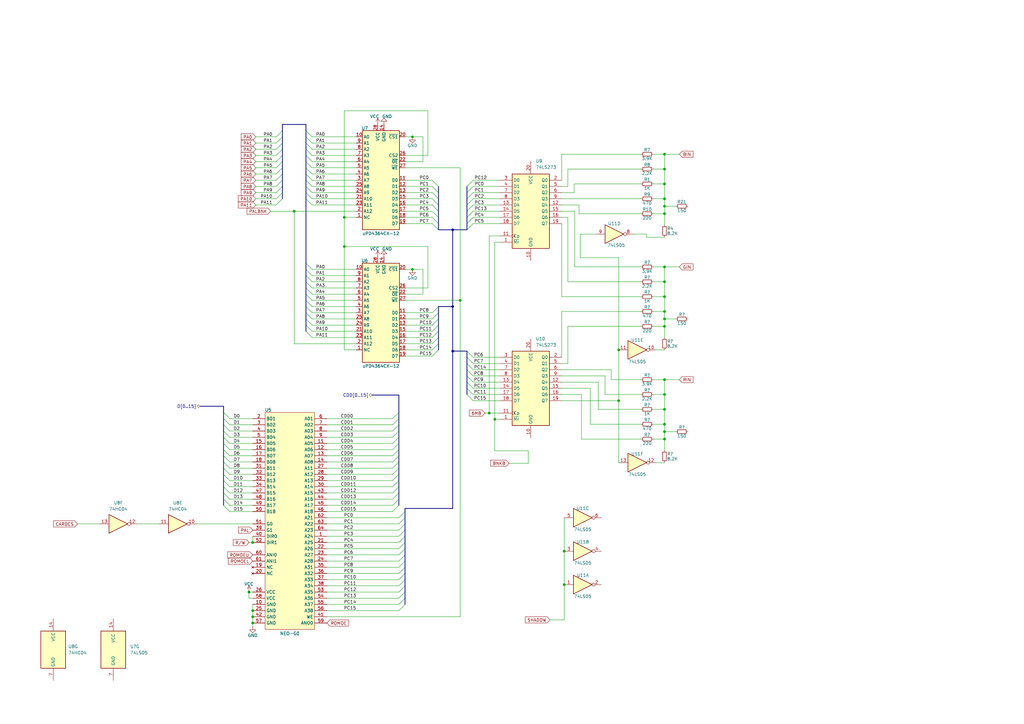
<source format=kicad_sch>
(kicad_sch (version 20211123) (generator eeschema)
  (paper "A3")
  (junction (at 272.542 84.582))
  (junction (at 272.542 127.762))
  (junction (at 102.108 242.824))
  (junction (at 169.164 56.134))
  (junction (at 231.394 239.776))
  (junction (at 185.674 144.018))
  (junction (at 272.542 173.99))
  (junction (at 272.542 161.798))
  (junction (at 272.542 177.038))
  (junction (at 253.746 164.338))
  (junction (at 272.542 133.858))
  (junction (at 185.674 94.234))
  (junction (at 231.394 226.06))
  (junction (at 272.542 69.342))
  (junction (at 188.722 123.19))
  (junction (at 272.542 115.57))
  (junction (at 272.542 75.438))
  (junction (at 103.632 250.444))
  (junction (at 141.224 89.154))
  (junction (at 272.542 121.666))
  (junction (at 103.632 252.984))
  (junction (at 272.542 63.246))
  (junction (at 120.65 86.614))
  (junction (at 272.542 130.81))
  (junction (at 103.632 255.524))
  (junction (at 169.164 110.49))
  (junction (at 141.224 101.092))
  (junction (at 185.674 125.73))
  (junction (at 200.66 169.418))
  (junction (at 272.542 155.702))
  (junction (at 272.542 81.534))
  (junction (at 272.542 167.894))
  (junction (at 272.542 87.63))
  (junction (at 253.746 143.51))
  (junction (at 202.946 171.958))
  (junction (at 103.632 222.504))
  (junction (at 272.542 109.474))
  (junction (at 272.542 180.086))
  (bus_entry (at 125.476 110.49) (size 2.54 2.54))
  (bus_entry (at 166.116 230.124) (size -2.54 2.54))
  (bus_entry (at 163.576 174.244) (size -2.54 2.54))
  (bus_entry (at 166.116 219.964) (size -2.54 2.54))
  (bus_entry (at 177.292 128.27) (size 2.54 -2.54))
  (bus_entry (at 177.292 91.694) (size 2.54 2.54))
  (bus_entry (at 177.292 73.914) (size 2.54 2.54))
  (bus_entry (at 177.292 81.534) (size 2.54 2.54))
  (bus_entry (at 115.824 56.134) (size -2.54 2.54))
  (bus_entry (at 166.116 240.284) (size -2.54 2.54))
  (bus_entry (at 177.292 138.43) (size 2.54 -2.54))
  (bus_entry (at 91.694 179.324) (size 2.54 2.54))
  (bus_entry (at 125.476 125.73) (size 2.54 2.54))
  (bus_entry (at 115.824 63.754) (size -2.54 2.54))
  (bus_entry (at 115.824 61.214) (size -2.54 2.54))
  (bus_entry (at 125.476 71.374) (size 2.54 2.54))
  (bus_entry (at 91.694 186.944) (size 2.54 2.54))
  (bus_entry (at 115.824 68.834) (size -2.54 2.54))
  (bus_entry (at 125.476 68.834) (size 2.54 2.54))
  (bus_entry (at 177.292 86.614) (size 2.54 2.54))
  (bus_entry (at 166.116 217.424) (size -2.54 2.54))
  (bus_entry (at 194.056 159.258) (size -2.54 -2.54))
  (bus_entry (at 163.576 186.944) (size -2.54 2.54))
  (bus_entry (at 91.694 181.864) (size 2.54 2.54))
  (bus_entry (at 177.292 130.81) (size 2.54 -2.54))
  (bus_entry (at 125.476 133.35) (size 2.54 2.54))
  (bus_entry (at 177.292 84.074) (size 2.54 2.54))
  (bus_entry (at 194.056 86.614) (size -2.54 2.54))
  (bus_entry (at 166.116 235.204) (size -2.54 2.54))
  (bus_entry (at 163.576 207.264) (size -2.54 2.54))
  (bus_entry (at 166.116 225.044) (size -2.54 2.54))
  (bus_entry (at 91.694 184.404) (size 2.54 2.54))
  (bus_entry (at 194.056 151.638) (size -2.54 -2.54))
  (bus_entry (at 115.824 73.914) (size -2.54 2.54))
  (bus_entry (at 115.824 53.594) (size -2.54 2.54))
  (bus_entry (at 194.056 73.914) (size -2.54 2.54))
  (bus_entry (at 125.476 76.454) (size 2.54 2.54))
  (bus_entry (at 194.056 89.154) (size -2.54 2.54))
  (bus_entry (at 163.576 197.104) (size -2.54 2.54))
  (bus_entry (at 194.056 149.098) (size -2.54 -2.54))
  (bus_entry (at 125.476 66.294) (size 2.54 2.54))
  (bus_entry (at 125.476 115.57) (size 2.54 2.54))
  (bus_entry (at 177.292 76.454) (size 2.54 2.54))
  (bus_entry (at 125.476 120.65) (size 2.54 2.54))
  (bus_entry (at 125.476 118.11) (size 2.54 2.54))
  (bus_entry (at 125.476 61.214) (size 2.54 2.54))
  (bus_entry (at 194.056 76.454) (size -2.54 2.54))
  (bus_entry (at 125.476 130.81) (size 2.54 2.54))
  (bus_entry (at 166.116 227.584) (size -2.54 2.54))
  (bus_entry (at 115.824 78.994) (size -2.54 2.54))
  (bus_entry (at 125.476 58.674) (size 2.54 2.54))
  (bus_entry (at 163.576 171.704) (size -2.54 2.54))
  (bus_entry (at 91.694 207.264) (size 2.54 2.54))
  (bus_entry (at 177.292 89.154) (size 2.54 2.54))
  (bus_entry (at 177.292 78.994) (size 2.54 2.54))
  (bus_entry (at 91.694 176.784) (size 2.54 2.54))
  (bus_entry (at 125.476 81.534) (size 2.54 2.54))
  (bus_entry (at 125.476 123.19) (size 2.54 2.54))
  (bus_entry (at 125.476 63.754) (size 2.54 2.54))
  (bus_entry (at 194.056 164.338) (size -2.54 -2.54))
  (bus_entry (at 115.824 76.454) (size -2.54 2.54))
  (bus_entry (at 166.116 209.804) (size -2.54 2.54))
  (bus_entry (at 115.824 58.674) (size -2.54 2.54))
  (bus_entry (at 163.576 194.564) (size -2.54 2.54))
  (bus_entry (at 125.476 56.134) (size 2.54 2.54))
  (bus_entry (at 91.694 197.104) (size 2.54 2.54))
  (bus_entry (at 194.056 156.718) (size -2.54 -2.54))
  (bus_entry (at 177.292 133.35) (size 2.54 -2.54))
  (bus_entry (at 194.056 91.694) (size -2.54 2.54))
  (bus_entry (at 91.694 204.724) (size 2.54 2.54))
  (bus_entry (at 166.116 222.504) (size -2.54 2.54))
  (bus_entry (at 163.576 192.024) (size -2.54 2.54))
  (bus_entry (at 166.116 247.904) (size -2.54 2.54))
  (bus_entry (at 163.576 176.784) (size -2.54 2.54))
  (bus_entry (at 125.476 78.994) (size 2.54 2.54))
  (bus_entry (at 115.824 71.374) (size -2.54 2.54))
  (bus_entry (at 177.292 143.51) (size 2.54 -2.54))
  (bus_entry (at 177.292 140.97) (size 2.54 -2.54))
  (bus_entry (at 91.694 171.704) (size 2.54 2.54))
  (bus_entry (at 166.116 242.824) (size -2.54 2.54))
  (bus_entry (at 91.694 199.644) (size 2.54 2.54))
  (bus_entry (at 125.476 113.03) (size 2.54 2.54))
  (bus_entry (at 163.576 184.404) (size -2.54 2.54))
  (bus_entry (at 194.056 81.534) (size -2.54 2.54))
  (bus_entry (at 194.056 146.558) (size -2.54 -2.54))
  (bus_entry (at 177.292 135.89) (size 2.54 -2.54))
  (bus_entry (at 91.694 189.484) (size 2.54 2.54))
  (bus_entry (at 163.576 199.644) (size -2.54 2.54))
  (bus_entry (at 166.116 232.664) (size -2.54 2.54))
  (bus_entry (at 125.476 73.914) (size 2.54 2.54))
  (bus_entry (at 194.056 161.798) (size -2.54 -2.54))
  (bus_entry (at 194.056 78.994) (size -2.54 2.54))
  (bus_entry (at 115.824 66.294) (size -2.54 2.54))
  (bus_entry (at 115.824 81.534) (size -2.54 2.54))
  (bus_entry (at 194.056 84.074) (size -2.54 2.54))
  (bus_entry (at 166.116 245.364) (size -2.54 2.54))
  (bus_entry (at 163.576 204.724) (size -2.54 2.54))
  (bus_entry (at 194.056 154.178) (size -2.54 -2.54))
  (bus_entry (at 91.694 174.244) (size 2.54 2.54))
  (bus_entry (at 177.292 146.05) (size 2.54 -2.54))
  (bus_entry (at 125.476 53.594) (size 2.54 2.54))
  (bus_entry (at 163.576 169.164) (size -2.54 2.54))
  (bus_entry (at 163.576 189.484) (size -2.54 2.54))
  (bus_entry (at 125.476 107.95) (size 2.54 2.54))
  (bus_entry (at 163.576 202.184) (size -2.54 2.54))
  (bus_entry (at 166.116 212.344) (size -2.54 2.54))
  (bus_entry (at 91.694 192.024) (size 2.54 2.54))
  (bus_entry (at 125.476 135.89) (size 2.54 2.54))
  (bus_entry (at 166.116 214.884) (size -2.54 2.54))
  (bus_entry (at 91.694 194.564) (size 2.54 2.54))
  (bus_entry (at 163.576 181.864) (size -2.54 2.54))
  (bus_entry (at 125.476 128.27) (size 2.54 2.54))
  (bus_entry (at 91.694 202.184) (size 2.54 2.54))
  (bus_entry (at 91.694 169.164) (size 2.54 2.54))
  (bus_entry (at 166.116 237.744) (size -2.54 2.54))
  (bus_entry (at 163.576 179.324) (size -2.54 2.54))
  (bus (pts (xy 91.694 204.724) (xy 91.694 202.184)))
  (wire (pts (xy 232.918 115.57) (xy 262.89 115.57)))
  (bus (pts (xy 91.694 199.644) (xy 91.694 197.104)))
  (wire (pts (xy 104.902 58.674) (xy 113.284 58.674)))
  (bus (pts (xy 163.576 184.404) (xy 163.576 181.864)))
  (bus (pts (xy 91.694 207.264) (xy 91.694 204.724)))
  (wire (pts (xy 56.134 214.884) (xy 65.278 214.884)))
  (wire (pts (xy 134.112 174.244) (xy 161.036 174.244)))
  (wire (pts (xy 134.112 252.984) (xy 188.722 252.984)))
  (bus (pts (xy 163.576 169.164) (xy 163.576 162.052)))
  (wire (pts (xy 128.016 76.454) (xy 146.05 76.454)))
  (wire (pts (xy 104.902 84.074) (xy 113.284 84.074)))
  (wire (pts (xy 134.112 230.124) (xy 163.576 230.124)))
  (wire (pts (xy 128.016 113.03) (xy 146.05 113.03)))
  (wire (pts (xy 272.542 63.246) (xy 272.542 69.342)))
  (wire (pts (xy 272.542 130.81) (xy 272.542 133.858)))
  (wire (pts (xy 259.588 96.012) (xy 265.176 96.012)))
  (wire (pts (xy 267.97 121.666) (xy 272.542 121.666)))
  (wire (pts (xy 103.632 171.704) (xy 94.234 171.704)))
  (wire (pts (xy 253.746 164.338) (xy 253.746 189.738)))
  (bus (pts (xy 125.476 61.214) (xy 125.476 58.674)))
  (wire (pts (xy 230.378 121.666) (xy 262.89 121.666)))
  (wire (pts (xy 238.506 180.086) (xy 238.506 161.798)))
  (wire (pts (xy 204.978 146.558) (xy 194.056 146.558)))
  (wire (pts (xy 103.632 181.864) (xy 94.234 181.864)))
  (wire (pts (xy 267.97 109.474) (xy 272.542 109.474)))
  (wire (pts (xy 128.016 125.73) (xy 146.05 125.73)))
  (bus (pts (xy 191.516 149.098) (xy 191.516 146.558)))
  (wire (pts (xy 175.514 101.092) (xy 141.224 101.092)))
  (bus (pts (xy 166.116 225.044) (xy 166.116 222.504)))
  (wire (pts (xy 134.112 204.724) (xy 161.036 204.724)))
  (wire (pts (xy 248.158 161.798) (xy 262.89 161.798)))
  (wire (pts (xy 169.164 110.49) (xy 173.482 110.49)))
  (wire (pts (xy 272.542 173.99) (xy 272.542 177.038)))
  (wire (pts (xy 134.112 217.424) (xy 163.576 217.424)))
  (wire (pts (xy 242.062 173.99) (xy 262.89 173.99)))
  (bus (pts (xy 91.694 176.784) (xy 91.694 174.244)))
  (wire (pts (xy 204.978 89.154) (xy 194.056 89.154)))
  (wire (pts (xy 267.97 87.63) (xy 272.542 87.63)))
  (wire (pts (xy 104.902 73.914) (xy 113.284 73.914)))
  (wire (pts (xy 272.542 109.474) (xy 278.638 109.474)))
  (bus (pts (xy 115.824 68.834) (xy 115.824 66.294)))
  (bus (pts (xy 91.694 174.244) (xy 91.694 171.704)))
  (bus (pts (xy 179.832 94.234) (xy 185.674 94.234)))
  (wire (pts (xy 103.632 250.444) (xy 103.632 252.984)))
  (wire (pts (xy 230.378 127.762) (xy 230.378 146.558)))
  (bus (pts (xy 166.116 217.424) (xy 166.116 214.884)))
  (wire (pts (xy 250.698 155.702) (xy 250.698 151.638)))
  (bus (pts (xy 115.824 73.914) (xy 115.824 71.374)))
  (wire (pts (xy 202.946 171.958) (xy 204.978 171.958)))
  (bus (pts (xy 125.476 128.27) (xy 125.476 125.73)))
  (bus (pts (xy 166.116 227.584) (xy 166.116 225.044)))
  (bus (pts (xy 163.576 202.184) (xy 163.576 199.644)))
  (wire (pts (xy 134.112 199.644) (xy 161.036 199.644)))
  (bus (pts (xy 125.476 130.81) (xy 125.476 128.27)))
  (wire (pts (xy 166.37 110.49) (xy 169.164 110.49)))
  (bus (pts (xy 163.576 186.944) (xy 163.576 184.404)))
  (wire (pts (xy 272.542 155.702) (xy 278.638 155.702)))
  (bus (pts (xy 91.694 194.564) (xy 91.694 192.024)))
  (wire (pts (xy 272.542 138.43) (xy 272.542 133.858)))
  (wire (pts (xy 230.378 127.762) (xy 262.89 127.762)))
  (wire (pts (xy 267.97 180.086) (xy 272.542 180.086)))
  (wire (pts (xy 31.75 214.884) (xy 40.894 214.884)))
  (bus (pts (xy 115.824 76.454) (xy 115.824 73.914)))
  (bus (pts (xy 125.476 76.454) (xy 125.476 73.914)))
  (wire (pts (xy 120.65 140.97) (xy 120.65 86.614)))
  (wire (pts (xy 230.378 91.694) (xy 230.378 121.666)))
  (bus (pts (xy 91.694 186.944) (xy 91.694 184.404)))
  (bus (pts (xy 166.116 222.504) (xy 166.116 219.964)))
  (bus (pts (xy 125.476 125.73) (xy 125.476 123.19)))
  (wire (pts (xy 237.998 105.664) (xy 253.746 105.664)))
  (wire (pts (xy 250.698 151.638) (xy 230.378 151.638)))
  (wire (pts (xy 272.542 121.666) (xy 272.542 127.762)))
  (wire (pts (xy 141.224 89.154) (xy 146.05 89.154)))
  (wire (pts (xy 267.97 75.438) (xy 272.542 75.438)))
  (bus (pts (xy 115.824 71.374) (xy 115.824 68.834)))
  (wire (pts (xy 134.112 225.044) (xy 163.576 225.044)))
  (wire (pts (xy 204.978 76.454) (xy 194.056 76.454)))
  (wire (pts (xy 248.158 154.178) (xy 248.158 161.798)))
  (wire (pts (xy 272.542 177.038) (xy 272.542 180.086)))
  (bus (pts (xy 125.476 110.49) (xy 125.476 107.95)))
  (bus (pts (xy 179.832 125.73) (xy 185.674 125.73)))
  (bus (pts (xy 179.832 128.27) (xy 179.832 125.73)))
  (wire (pts (xy 128.016 120.65) (xy 146.05 120.65)))
  (bus (pts (xy 191.516 81.534) (xy 191.516 84.074)))
  (wire (pts (xy 173.482 56.134) (xy 173.482 66.294)))
  (wire (pts (xy 232.918 69.342) (xy 262.89 69.342)))
  (wire (pts (xy 104.902 61.214) (xy 113.284 61.214)))
  (wire (pts (xy 134.112 247.904) (xy 163.576 247.904)))
  (wire (pts (xy 134.112 222.504) (xy 163.576 222.504)))
  (bus (pts (xy 125.476 68.834) (xy 125.476 66.294)))
  (bus (pts (xy 125.476 135.89) (xy 125.476 133.35)))
  (wire (pts (xy 104.902 68.834) (xy 113.284 68.834)))
  (wire (pts (xy 272.542 109.474) (xy 272.542 115.57)))
  (wire (pts (xy 146.05 143.51) (xy 141.224 143.51)))
  (wire (pts (xy 262.89 180.086) (xy 238.506 180.086)))
  (bus (pts (xy 115.824 61.214) (xy 115.824 58.674)))
  (bus (pts (xy 179.832 135.89) (xy 179.832 133.35)))
  (wire (pts (xy 272.542 92.202) (xy 272.542 87.63)))
  (wire (pts (xy 202.946 184.912) (xy 216.662 184.912)))
  (bus (pts (xy 179.832 138.43) (xy 179.832 135.89)))
  (wire (pts (xy 128.016 78.994) (xy 146.05 78.994)))
  (wire (pts (xy 253.746 105.664) (xy 253.746 143.51)))
  (wire (pts (xy 103.632 204.724) (xy 94.234 204.724)))
  (wire (pts (xy 128.016 135.89) (xy 146.05 135.89)))
  (wire (pts (xy 134.112 242.824) (xy 163.576 242.824)))
  (bus (pts (xy 91.694 197.104) (xy 91.694 194.564)))
  (wire (pts (xy 277.114 177.038) (xy 272.542 177.038)))
  (wire (pts (xy 166.37 143.51) (xy 177.292 143.51)))
  (wire (pts (xy 134.112 186.944) (xy 161.036 186.944)))
  (bus (pts (xy 191.516 91.694) (xy 191.516 94.234)))
  (wire (pts (xy 173.482 66.294) (xy 166.37 66.294)))
  (bus (pts (xy 166.116 242.824) (xy 166.116 240.284)))
  (wire (pts (xy 267.97 155.702) (xy 272.542 155.702)))
  (wire (pts (xy 128.016 130.81) (xy 146.05 130.81)))
  (bus (pts (xy 125.476 71.374) (xy 125.476 68.834)))
  (wire (pts (xy 80.518 214.884) (xy 103.632 214.884)))
  (bus (pts (xy 163.576 199.644) (xy 163.576 197.104)))
  (wire (pts (xy 103.632 194.564) (xy 94.234 194.564)))
  (wire (pts (xy 104.902 63.754) (xy 113.284 63.754)))
  (wire (pts (xy 204.978 164.338) (xy 194.056 164.338)))
  (wire (pts (xy 128.016 123.19) (xy 146.05 123.19)))
  (wire (pts (xy 166.37 135.89) (xy 177.292 135.89)))
  (wire (pts (xy 141.224 89.154) (xy 141.224 45.466)))
  (wire (pts (xy 128.016 71.374) (xy 146.05 71.374)))
  (bus (pts (xy 125.476 56.134) (xy 125.476 53.594)))
  (wire (pts (xy 134.112 235.204) (xy 163.576 235.204)))
  (wire (pts (xy 232.918 149.098) (xy 230.378 149.098)))
  (wire (pts (xy 134.112 179.324) (xy 161.036 179.324)))
  (wire (pts (xy 128.016 81.534) (xy 146.05 81.534)))
  (wire (pts (xy 244.348 96.012) (xy 237.998 96.012)))
  (bus (pts (xy 166.116 214.884) (xy 166.116 212.344)))
  (bus (pts (xy 115.824 56.134) (xy 115.824 53.594)))
  (wire (pts (xy 232.918 76.454) (xy 232.918 69.342)))
  (bus (pts (xy 115.824 78.994) (xy 115.824 76.454)))
  (wire (pts (xy 173.482 110.49) (xy 173.482 120.65)))
  (wire (pts (xy 134.112 202.184) (xy 161.036 202.184)))
  (wire (pts (xy 128.016 58.674) (xy 146.05 58.674)))
  (wire (pts (xy 103.632 179.324) (xy 94.234 179.324)))
  (bus (pts (xy 82.042 166.624) (xy 91.694 166.624)))
  (bus (pts (xy 163.576 171.704) (xy 163.576 169.164)))
  (wire (pts (xy 272.542 155.702) (xy 272.542 161.798)))
  (bus (pts (xy 125.476 73.914) (xy 125.476 71.374)))
  (bus (pts (xy 191.516 146.558) (xy 191.516 144.018)))
  (bus (pts (xy 166.116 208.534) (xy 185.674 208.534)))
  (wire (pts (xy 134.112 207.264) (xy 161.036 207.264)))
  (wire (pts (xy 128.016 61.214) (xy 146.05 61.214)))
  (bus (pts (xy 163.576 179.324) (xy 163.576 176.784)))
  (wire (pts (xy 204.978 159.258) (xy 194.056 159.258)))
  (wire (pts (xy 103.632 209.804) (xy 94.234 209.804)))
  (wire (pts (xy 230.378 89.154) (xy 232.918 89.154)))
  (bus (pts (xy 166.116 209.804) (xy 166.116 208.534)))
  (bus (pts (xy 125.476 53.594) (xy 125.476 51.054)))
  (bus (pts (xy 179.832 84.074) (xy 179.832 86.614)))
  (bus (pts (xy 163.576 194.564) (xy 163.576 192.024)))
  (bus (pts (xy 91.694 179.324) (xy 91.694 176.784)))
  (wire (pts (xy 277.114 84.582) (xy 272.542 84.582)))
  (bus (pts (xy 179.832 133.35) (xy 179.832 130.81)))
  (bus (pts (xy 179.832 89.154) (xy 179.832 91.694)))
  (bus (pts (xy 125.476 120.65) (xy 125.476 118.11)))
  (wire (pts (xy 253.746 143.51) (xy 253.746 164.338)))
  (wire (pts (xy 166.37 118.11) (xy 175.514 118.11)))
  (wire (pts (xy 237.49 84.074) (xy 237.49 87.63)))
  (wire (pts (xy 230.378 159.258) (xy 242.062 159.258)))
  (wire (pts (xy 230.378 154.178) (xy 248.158 154.178)))
  (wire (pts (xy 134.112 250.444) (xy 163.576 250.444)))
  (bus (pts (xy 179.832 78.994) (xy 179.832 81.534)))
  (wire (pts (xy 262.89 133.858) (xy 232.918 133.858)))
  (wire (pts (xy 204.978 156.718) (xy 194.056 156.718)))
  (wire (pts (xy 128.016 118.11) (xy 146.05 118.11)))
  (wire (pts (xy 128.016 63.754) (xy 146.05 63.754)))
  (wire (pts (xy 134.112 171.704) (xy 161.036 171.704)))
  (wire (pts (xy 267.97 63.246) (xy 272.542 63.246)))
  (bus (pts (xy 91.694 184.404) (xy 91.694 181.864)))
  (wire (pts (xy 265.176 96.012) (xy 265.176 97.282)))
  (wire (pts (xy 235.458 78.994) (xy 235.458 75.438)))
  (wire (pts (xy 134.112 227.584) (xy 163.576 227.584)))
  (bus (pts (xy 91.694 181.864) (xy 91.694 179.324)))
  (bus (pts (xy 91.694 192.024) (xy 91.694 189.484)))
  (bus (pts (xy 91.694 189.484) (xy 91.694 186.944)))
  (wire (pts (xy 267.97 167.894) (xy 272.542 167.894)))
  (wire (pts (xy 102.108 242.824) (xy 102.108 245.364)))
  (wire (pts (xy 272.542 84.582) (xy 272.542 87.63)))
  (wire (pts (xy 102.108 242.824) (xy 103.632 242.824)))
  (wire (pts (xy 267.97 69.342) (xy 272.542 69.342)))
  (wire (pts (xy 128.016 138.43) (xy 146.05 138.43)))
  (wire (pts (xy 110.998 86.614) (xy 120.65 86.614)))
  (bus (pts (xy 163.576 176.784) (xy 163.576 174.244)))
  (wire (pts (xy 235.712 86.614) (xy 235.712 109.474)))
  (wire (pts (xy 200.66 169.418) (xy 204.978 169.418)))
  (wire (pts (xy 175.514 45.466) (xy 175.514 63.754)))
  (wire (pts (xy 267.97 173.99) (xy 272.542 173.99)))
  (bus (pts (xy 191.516 161.798) (xy 191.516 159.258)))
  (bus (pts (xy 191.516 78.994) (xy 191.516 81.534)))
  (wire (pts (xy 204.978 149.098) (xy 194.056 149.098)))
  (wire (pts (xy 262.89 63.246) (xy 230.378 63.246)))
  (wire (pts (xy 166.37 138.43) (xy 177.292 138.43)))
  (bus (pts (xy 191.516 84.074) (xy 191.516 86.614)))
  (wire (pts (xy 173.482 120.65) (xy 166.37 120.65)))
  (bus (pts (xy 191.516 76.454) (xy 191.516 78.994)))
  (wire (pts (xy 103.632 207.264) (xy 94.234 207.264)))
  (wire (pts (xy 200.66 96.774) (xy 204.978 96.774)))
  (bus (pts (xy 179.832 76.454) (xy 179.832 78.994)))
  (wire (pts (xy 128.016 73.914) (xy 146.05 73.914)))
  (wire (pts (xy 166.37 78.994) (xy 177.292 78.994)))
  (wire (pts (xy 204.978 86.614) (xy 194.056 86.614)))
  (wire (pts (xy 166.37 86.614) (xy 177.292 86.614)))
  (wire (pts (xy 200.66 169.418) (xy 200.66 96.774)))
  (bus (pts (xy 166.116 235.204) (xy 166.116 232.664)))
  (wire (pts (xy 166.37 123.19) (xy 188.722 123.19)))
  (wire (pts (xy 267.97 127.762) (xy 272.542 127.762)))
  (wire (pts (xy 204.978 81.534) (xy 194.056 81.534)))
  (wire (pts (xy 262.89 155.702) (xy 250.698 155.702)))
  (wire (pts (xy 272.542 115.57) (xy 272.542 121.666)))
  (wire (pts (xy 268.986 189.738) (xy 272.542 189.738)))
  (wire (pts (xy 235.712 109.474) (xy 262.89 109.474)))
  (wire (pts (xy 272.542 75.438) (xy 272.542 81.534)))
  (wire (pts (xy 272.542 184.658) (xy 272.542 180.086)))
  (wire (pts (xy 230.378 81.534) (xy 262.89 81.534)))
  (wire (pts (xy 166.37 84.074) (xy 177.292 84.074)))
  (bus (pts (xy 185.674 144.018) (xy 191.516 144.018)))
  (wire (pts (xy 230.378 86.614) (xy 235.712 86.614)))
  (bus (pts (xy 125.476 81.534) (xy 125.476 107.95)))
  (wire (pts (xy 166.37 133.35) (xy 177.292 133.35)))
  (bus (pts (xy 166.116 237.744) (xy 166.116 235.204)))
  (wire (pts (xy 231.394 239.776) (xy 231.394 254.254)))
  (wire (pts (xy 230.378 78.994) (xy 235.458 78.994)))
  (wire (pts (xy 169.164 56.134) (xy 173.482 56.134)))
  (bus (pts (xy 91.694 169.164) (xy 91.694 166.624)))
  (bus (pts (xy 125.476 58.674) (xy 125.476 56.134)))
  (bus (pts (xy 125.476 115.57) (xy 125.476 113.03)))
  (wire (pts (xy 202.946 99.314) (xy 202.946 171.958)))
  (wire (pts (xy 225.552 254.254) (xy 231.394 254.254)))
  (bus (pts (xy 185.674 94.234) (xy 185.674 125.73)))
  (wire (pts (xy 134.112 245.364) (xy 163.576 245.364)))
  (wire (pts (xy 104.902 76.454) (xy 113.284 76.454)))
  (wire (pts (xy 134.112 197.104) (xy 161.036 197.104)))
  (wire (pts (xy 134.112 192.024) (xy 161.036 192.024)))
  (wire (pts (xy 272.542 127.762) (xy 272.542 130.81)))
  (bus (pts (xy 152.654 162.052) (xy 163.576 162.052)))
  (wire (pts (xy 103.632 222.504) (xy 102.108 222.504)))
  (wire (pts (xy 202.946 171.958) (xy 202.946 184.912)))
  (wire (pts (xy 103.632 184.404) (xy 94.234 184.404)))
  (bus (pts (xy 185.674 125.73) (xy 185.674 144.018)))
  (wire (pts (xy 128.016 128.27) (xy 146.05 128.27)))
  (wire (pts (xy 237.49 87.63) (xy 262.89 87.63)))
  (bus (pts (xy 166.116 212.344) (xy 166.116 209.804)))
  (bus (pts (xy 191.516 151.638) (xy 191.516 149.098)))
  (wire (pts (xy 166.37 140.97) (xy 177.292 140.97)))
  (wire (pts (xy 267.97 161.798) (xy 272.542 161.798)))
  (wire (pts (xy 262.89 167.894) (xy 245.364 167.894)))
  (wire (pts (xy 103.632 192.024) (xy 94.234 192.024)))
  (bus (pts (xy 125.476 66.294) (xy 125.476 63.754)))
  (wire (pts (xy 235.458 75.438) (xy 262.89 75.438)))
  (wire (pts (xy 104.902 56.134) (xy 113.284 56.134)))
  (wire (pts (xy 134.112 212.344) (xy 163.576 212.344)))
  (wire (pts (xy 245.364 156.718) (xy 230.378 156.718)))
  (wire (pts (xy 204.978 154.178) (xy 194.056 154.178)))
  (bus (pts (xy 163.576 207.264) (xy 163.576 204.724)))
  (bus (pts (xy 191.516 89.154) (xy 191.516 91.694)))
  (bus (pts (xy 166.116 230.124) (xy 166.116 227.584)))
  (wire (pts (xy 245.364 167.894) (xy 245.364 156.718)))
  (wire (pts (xy 238.506 161.798) (xy 230.378 161.798)))
  (bus (pts (xy 179.832 140.97) (xy 179.832 138.43)))
  (bus (pts (xy 163.576 174.244) (xy 163.576 171.704)))
  (wire (pts (xy 166.37 56.134) (xy 169.164 56.134)))
  (wire (pts (xy 242.062 159.258) (xy 242.062 173.99)))
  (wire (pts (xy 166.37 89.154) (xy 177.292 89.154)))
  (wire (pts (xy 166.37 73.914) (xy 177.292 73.914)))
  (wire (pts (xy 204.978 161.798) (xy 194.056 161.798)))
  (wire (pts (xy 134.112 181.864) (xy 161.036 181.864)))
  (wire (pts (xy 204.978 84.074) (xy 194.056 84.074)))
  (bus (pts (xy 115.824 63.754) (xy 115.824 61.214)))
  (wire (pts (xy 134.112 219.964) (xy 163.576 219.964)))
  (wire (pts (xy 141.224 143.51) (xy 141.224 101.092)))
  (wire (pts (xy 166.37 81.534) (xy 177.292 81.534)))
  (wire (pts (xy 103.632 199.644) (xy 94.234 199.644)))
  (bus (pts (xy 191.516 154.178) (xy 191.516 151.638)))
  (wire (pts (xy 208.788 189.992) (xy 216.662 189.992)))
  (bus (pts (xy 115.824 81.534) (xy 115.824 78.994)))
  (bus (pts (xy 163.576 181.864) (xy 163.576 179.324)))
  (wire (pts (xy 128.016 115.57) (xy 146.05 115.57)))
  (wire (pts (xy 166.37 91.694) (xy 177.292 91.694)))
  (wire (pts (xy 103.632 219.964) (xy 103.632 222.504)))
  (wire (pts (xy 104.902 66.294) (xy 113.284 66.294)))
  (wire (pts (xy 134.112 237.744) (xy 163.576 237.744)))
  (bus (pts (xy 115.824 58.674) (xy 115.824 56.134)))
  (wire (pts (xy 198.882 169.418) (xy 200.66 169.418)))
  (wire (pts (xy 103.632 174.244) (xy 94.234 174.244)))
  (wire (pts (xy 104.902 71.374) (xy 113.284 71.374)))
  (wire (pts (xy 141.224 45.466) (xy 175.514 45.466)))
  (wire (pts (xy 175.514 118.11) (xy 175.514 101.092)))
  (bus (pts (xy 191.516 159.258) (xy 191.516 156.718)))
  (bus (pts (xy 125.476 81.534) (xy 125.476 78.994)))
  (wire (pts (xy 265.176 97.282) (xy 272.542 97.282)))
  (bus (pts (xy 163.576 197.104) (xy 163.576 194.564)))
  (bus (pts (xy 191.516 94.234) (xy 185.674 94.234)))
  (wire (pts (xy 128.016 84.074) (xy 146.05 84.074)))
  (wire (pts (xy 134.112 214.884) (xy 163.576 214.884)))
  (bus (pts (xy 179.832 86.614) (xy 179.832 89.154)))
  (bus (pts (xy 179.832 81.534) (xy 179.832 84.074)))
  (bus (pts (xy 125.476 63.754) (xy 125.476 61.214)))
  (wire (pts (xy 103.632 252.984) (xy 103.632 255.524)))
  (bus (pts (xy 125.476 118.11) (xy 125.476 115.57)))
  (wire (pts (xy 237.998 96.012) (xy 237.998 105.664)))
  (wire (pts (xy 204.978 151.638) (xy 194.056 151.638)))
  (bus (pts (xy 191.516 156.718) (xy 191.516 154.178)))
  (wire (pts (xy 230.378 164.338) (xy 253.746 164.338)))
  (wire (pts (xy 134.112 194.564) (xy 161.036 194.564)))
  (bus (pts (xy 125.476 123.19) (xy 125.476 120.65)))
  (bus (pts (xy 115.824 66.294) (xy 115.824 63.754)))
  (bus (pts (xy 125.476 133.35) (xy 125.476 130.81)))
  (wire (pts (xy 104.902 78.994) (xy 113.284 78.994)))
  (wire (pts (xy 103.632 186.944) (xy 94.234 186.944)))
  (wire (pts (xy 103.632 255.524) (xy 103.632 257.048)))
  (bus (pts (xy 91.694 202.184) (xy 91.694 199.644)))
  (wire (pts (xy 268.986 143.51) (xy 272.542 143.51)))
  (wire (pts (xy 272.542 63.246) (xy 278.638 63.246)))
  (wire (pts (xy 272.542 81.534) (xy 272.542 84.582)))
  (bus (pts (xy 166.116 245.364) (xy 166.116 242.824)))
  (bus (pts (xy 115.824 51.054) (xy 125.476 51.054)))
  (wire (pts (xy 128.016 110.49) (xy 146.05 110.49)))
  (bus (pts (xy 166.116 232.664) (xy 166.116 230.124)))
  (wire (pts (xy 230.378 76.454) (xy 232.918 76.454)))
  (wire (pts (xy 267.97 115.57) (xy 272.542 115.57)))
  (wire (pts (xy 103.632 197.104) (xy 94.234 197.104)))
  (wire (pts (xy 103.632 202.184) (xy 94.234 202.184)))
  (wire (pts (xy 134.112 232.664) (xy 163.576 232.664)))
  (wire (pts (xy 216.662 184.912) (xy 216.662 189.992)))
  (wire (pts (xy 166.37 76.454) (xy 177.292 76.454)))
  (wire (pts (xy 175.514 63.754) (xy 166.37 63.754)))
  (wire (pts (xy 134.112 176.784) (xy 161.036 176.784)))
  (bus (pts (xy 125.476 113.03) (xy 125.476 110.49)))
  (bus (pts (xy 163.576 189.484) (xy 163.576 186.944)))
  (wire (pts (xy 103.632 245.364) (xy 102.108 245.364)))
  (bus (pts (xy 166.116 240.284) (xy 166.116 237.744)))
  (wire (pts (xy 188.722 252.984) (xy 188.722 123.19)))
  (wire (pts (xy 204.978 78.994) (xy 194.056 78.994)))
  (bus (pts (xy 185.674 144.018) (xy 185.674 208.534)))
  (wire (pts (xy 166.37 146.05) (xy 177.292 146.05)))
  (wire (pts (xy 166.37 128.27) (xy 177.292 128.27)))
  (wire (pts (xy 204.978 91.694) (xy 194.056 91.694)))
  (wire (pts (xy 103.632 247.904) (xy 103.632 250.444)))
  (wire (pts (xy 146.05 140.97) (xy 120.65 140.97)))
  (wire (pts (xy 231.394 226.06) (xy 231.394 239.776)))
  (wire (pts (xy 128.016 56.134) (xy 146.05 56.134)))
  (wire (pts (xy 128.016 133.35) (xy 146.05 133.35)))
  (wire (pts (xy 166.37 130.81) (xy 177.292 130.81)))
  (bus (pts (xy 179.832 143.51) (xy 179.832 140.97)))
  (wire (pts (xy 272.542 69.342) (xy 272.542 75.438)))
  (wire (pts (xy 134.112 189.484) (xy 161.036 189.484)))
  (bus (pts (xy 163.576 192.024) (xy 163.576 189.484)))
  (wire (pts (xy 128.016 66.294) (xy 146.05 66.294)))
  (bus (pts (xy 179.832 130.81) (xy 179.832 128.27)))
  (wire (pts (xy 134.112 209.804) (xy 161.036 209.804)))
  (wire (pts (xy 103.632 189.484) (xy 94.234 189.484)))
  (wire (pts (xy 120.65 86.614) (xy 146.05 86.614)))
  (wire (pts (xy 104.902 81.534) (xy 113.284 81.534)))
  (wire (pts (xy 232.918 89.154) (xy 232.918 115.57)))
  (wire (pts (xy 188.722 123.19) (xy 188.722 68.834)))
  (wire (pts (xy 103.632 176.784) (xy 94.234 176.784)))
  (wire (pts (xy 204.978 99.314) (xy 202.946 99.314)))
  (wire (pts (xy 267.97 81.534) (xy 272.542 81.534)))
  (wire (pts (xy 230.378 63.246) (xy 230.378 73.914)))
  (wire (pts (xy 134.112 240.284) (xy 163.576 240.284)))
  (wire (pts (xy 272.542 161.798) (xy 272.542 167.894)))
  (bus (pts (xy 166.116 247.904) (xy 166.116 245.364)))
  (bus (pts (xy 115.824 53.594) (xy 115.824 51.054)))
  (bus (pts (xy 125.476 78.994) (xy 125.476 76.454)))
  (wire (pts (xy 267.97 133.858) (xy 272.542 133.858)))
  (wire (pts (xy 277.114 130.81) (xy 272.542 130.81)))
  (wire (pts (xy 128.016 68.834) (xy 146.05 68.834)))
  (wire (pts (xy 231.394 212.344) (xy 231.394 226.06)))
  (wire (pts (xy 134.112 184.404) (xy 161.036 184.404)))
  (wire (pts (xy 188.722 68.834) (xy 166.37 68.834)))
  (wire (pts (xy 141.224 101.092) (xy 141.224 89.154)))
  (wire (pts (xy 204.978 73.914) (xy 194.056 73.914)))
  (bus (pts (xy 166.116 219.964) (xy 166.116 217.424)))
  (bus (pts (xy 191.516 86.614) (xy 191.516 89.154)))
  (wire (pts (xy 230.378 84.074) (xy 237.49 84.074)))
  (bus (pts (xy 91.694 171.704) (xy 91.694 169.164)))
  (wire (pts (xy 272.542 167.894) (xy 272.542 173.99)))
  (bus (pts (xy 179.832 91.694) (xy 179.832 94.234)))
  (bus (pts (xy 163.576 204.724) (xy 163.576 202.184)))
  (wire (pts (xy 232.918 133.858) (xy 232.918 149.098)))
  (label "CDD11" (at 139.7 199.644 0))
  (label "PC1" (at 194.564 78.994 0))
  (label "PC12" (at 140.97 242.824 0))
  (label "PC11" (at 194.31 161.798 0))
  (label "CDD9" (at 139.7 194.564 0))
  (label "CDD7" (at 139.7 189.484 0))
  (label "PC2" (at 171.958 78.994 0))
  (label "CDD2" (at 139.7 176.784 0))
  (label "PA5" (at 129.54 123.19 0))
  (label "D5" (at 95.758 184.404 0))
  (label "PA0" (at 129.54 110.49 0))
  (label "CDD4" (at 139.7 181.864 0))
  (label "PC13" (at 171.958 140.97 0))
  (label "PC6" (at 194.31 146.558 0))
  (label "D14" (at 95.758 207.264 0))
  (label "PA5" (at 129.54 68.834 0))
  (label "D9" (at 95.758 194.564 0))
  (label "PA6" (at 111.76 71.374 180))
  (label "PC4" (at 194.564 89.154 0))
  (label "PC12" (at 194.564 73.914 0))
  (label "PA2" (at 111.76 61.214 180))
  (label "PA11" (at 129.54 138.43 0))
  (label "PC0" (at 194.564 76.454 0))
  (label "D6" (at 95.758 186.944 0))
  (label "PC0" (at 171.958 73.914 0))
  (label "PA7" (at 129.54 128.27 0))
  (label "D10" (at 95.758 197.104 0))
  (label "PA4" (at 129.54 66.294 0))
  (label "PA3" (at 111.76 63.754 180))
  (label "D0" (at 95.758 171.704 0))
  (label "PA2" (at 129.54 61.214 0))
  (label "PC14" (at 194.31 151.638 0))
  (label "D12" (at 95.758 202.184 0))
  (label "PA11" (at 111.76 84.074 180))
  (label "PA2" (at 129.54 115.57 0))
  (label "D3" (at 95.758 179.324 0))
  (label "D2" (at 95.758 176.784 0))
  (label "PA4" (at 129.54 120.65 0))
  (label "PC1" (at 140.97 214.884 0))
  (label "CDD6" (at 139.7 186.944 0))
  (label "PA11" (at 129.54 84.074 0))
  (label "PA9" (at 111.76 78.994 180))
  (label "PC10" (at 194.31 159.258 0))
  (label "PC15" (at 194.31 164.338 0))
  (label "PC4" (at 171.958 84.074 0))
  (label "PC15" (at 140.97 250.444 0))
  (label "CDD5" (at 139.7 184.404 0))
  (label "PA8" (at 111.76 76.454 180))
  (label "CDD0" (at 139.7 171.704 0))
  (label "CDD10" (at 139.7 197.104 0))
  (label "PC14" (at 140.97 247.904 0))
  (label "CDD15" (at 139.7 209.804 0))
  (label "PC1" (at 171.958 76.454 0))
  (label "PC12" (at 171.958 138.43 0))
  (label "PA0" (at 111.76 56.134 180))
  (label "D8" (at 95.758 192.024 0))
  (label "PC3" (at 171.958 81.534 0))
  (label "PC10" (at 171.958 133.35 0))
  (label "PC5" (at 194.564 91.694 0))
  (label "PC13" (at 194.564 86.614 0))
  (label "PC7" (at 171.958 91.694 0))
  (label "CDD1" (at 139.7 174.244 0))
  (label "PC2" (at 194.564 81.534 0))
  (label "PA8" (at 129.54 76.454 0))
  (label "D13" (at 95.758 204.724 0))
  (label "PC14" (at 171.958 143.51 0))
  (label "CDD14" (at 139.7 207.264 0))
  (label "PA10" (at 129.54 81.534 0))
  (label "CDD3" (at 139.7 179.324 0))
  (label "PA6" (at 129.54 125.73 0))
  (label "PC6" (at 171.958 89.154 0))
  (label "PA3" (at 129.54 118.11 0))
  (label "PC4" (at 140.97 222.504 0))
  (label "PC15" (at 171.958 146.05 0))
  (label "PC3" (at 194.564 84.074 0))
  (label "PC9" (at 194.31 156.718 0))
  (label "PC2" (at 140.97 217.424 0))
  (label "PA9" (at 129.54 133.35 0))
  (label "D7" (at 95.758 189.484 0))
  (label "PC11" (at 140.97 240.284 0))
  (label "PC3" (at 140.97 219.964 0))
  (label "PC8" (at 194.31 154.178 0))
  (label "PC9" (at 171.958 130.81 0))
  (label "PC0" (at 140.97 212.344 0))
  (label "PA5" (at 111.76 68.834 180))
  (label "PA10" (at 111.76 81.534 180))
  (label "D1" (at 95.758 174.244 0))
  (label "D4" (at 95.758 181.864 0))
  (label "PA1" (at 129.54 58.674 0))
  (label "CDD12" (at 139.7 202.184 0))
  (label "PC5" (at 171.958 86.614 0))
  (label "CDD8" (at 139.7 192.024 0))
  (label "PA1" (at 129.54 113.03 0))
  (label "PC7" (at 194.31 149.098 0))
  (label "PA7" (at 111.76 73.914 180))
  (label "PA1" (at 111.76 58.674 180))
  (label "D11" (at 95.758 199.644 0))
  (label "D15" (at 95.758 209.804 0))
  (label "PC11" (at 171.958 135.89 0))
  (label "PC7" (at 140.97 230.124 0))
  (label "PA0" (at 129.54 56.134 0))
  (label "PC6" (at 140.97 227.584 0))
  (label "PC8" (at 140.97 232.664 0))
  (label "PC13" (at 140.97 245.364 0))
  (label "PC9" (at 140.97 235.204 0))
  (label "PA8" (at 129.54 130.81 0))
  (label "CDD13" (at 139.7 204.724 0))
  (label "PC5" (at 140.97 225.044 0))
  (label "PA7" (at 129.54 73.914 0))
  (label "PA6" (at 129.54 71.374 0))
  (label "PA9" (at 129.54 78.994 0))
  (label "PA10" (at 129.54 135.89 0))
  (label "PC8" (at 171.958 128.27 0))
  (label "PA3" (at 129.54 63.754 0))
  (label "PA4" (at 111.76 66.294 180))
  (label "PC10" (at 140.97 237.744 0))
  (global_label "PAL" (shape input) (at 103.632 217.424 180) (property "Intersheet References" "${INTERSHEET_REFS}" (effects hide)))
  (global_label "PA4" (shape input) (at 104.902 66.294 180) (property "Intersheet References" "${INTERSHEET_REFS}" (effects hide)))
  (global_label "ROMOEL" (shape input) (at 103.632 230.124 180) (property "Intersheet References" "${INTERSHEET_REFS}" (effects hide)))
  (global_label "PA2" (shape input) (at 104.902 61.214 180) (property "Intersheet References" "${INTERSHEET_REFS}" (effects hide)))
  (global_label "RIN" (shape input) (at 278.638 155.702 0) (property "Intersheet References" "${INTERSHEET_REFS}" (effects hide)))
  (global_label "BIN" (shape input) (at 278.638 63.246 0) (property "Intersheet References" "${INTERSHEET_REFS}" (effects hide)))
  (global_label "PA0" (shape input) (at 104.902 56.134 180) (property "Intersheet References" "${INTERSHEET_REFS}" (effects hide)))
  (global_label "BNKB" (shape input) (at 208.788 189.992 180) (property "Intersheet References" "${INTERSHEET_REFS}" (effects hide)))
  (global_label "R{slash}W" (shape input) (at 102.108 222.504 180) (property "Intersheet References" "${INTERSHEET_REFS}" (effects hide)))
  (global_label "CARDCS" (shape input) (at 31.75 214.884 180) (property "Intersheet References" "${INTERSHEET_REFS}" (effects hide)))
  (global_label "PA9" (shape input) (at 104.902 78.994 180) (property "Intersheet References" "${INTERSHEET_REFS}" (effects hide)))
  (global_label "ROMOE" (shape input) (at 134.112 255.524 0) (property "Intersheet References" "${INTERSHEET_REFS}" (effects hide)))
  (global_label "PA3" (shape input) (at 104.902 63.754 180) (property "Intersheet References" "${INTERSHEET_REFS}" (effects hide)))
  (global_label "PA6" (shape input) (at 104.902 71.374 180) (property "Intersheet References" "${INTERSHEET_REFS}" (effects hide)))
  (global_label "SHADOW" (shape input) (at 225.552 254.254 180) (property "Intersheet References" "${INTERSHEET_REFS}" (effects hide)))
  (global_label "PA11" (shape input) (at 104.902 84.074 180) (property "Intersheet References" "${INTERSHEET_REFS}" (effects hide)))
  (global_label "GIN" (shape input) (at 278.638 109.474 0) (property "Intersheet References" "${INTERSHEET_REFS}" (effects hide)))
  (global_label "PA10" (shape input) (at 104.902 81.534 180) (property "Intersheet References" "${INTERSHEET_REFS}" (effects hide)))
  (global_label "ROMOEU" (shape input) (at 103.632 227.584 180) (property "Intersheet References" "${INTERSHEET_REFS}" (effects hide)))
  (global_label "PA8" (shape input) (at 104.902 76.454 180) (property "Intersheet References" "${INTERSHEET_REFS}" (effects hide)))
  (global_label "PA7" (shape input) (at 104.902 73.914 180) (property "Intersheet References" "${INTERSHEET_REFS}" (effects hide)))
  (global_label "PA5" (shape input) (at 104.902 68.834 180) (property "Intersheet References" "${INTERSHEET_REFS}" (effects hide)))
  (global_label "PA1" (shape input) (at 104.902 58.674 180) (property "Intersheet References" "${INTERSHEET_REFS}" (effects hide)))
  (global_label "6MB" (shape input) (at 198.882 169.418 180) (property "Intersheet References" "${INTERSHEET_REFS}" (effects hide)))
  (global_label "PALBNK" (shape input) (at 110.998 86.614 180) (property "Intersheet References" "${INTERSHEET_REFS}" (effects hide)))
  (hierarchical_label "D[0..15]" (shape bidirectional) (at 82.042 166.624 180))
  (hierarchical_label "CDD[0..15]" (shape bidirectional) (at 152.654 162.052 180))
  (symbol (lib_id "74xx:74LS273") (at 217.678 159.258 0) (unit 1)
    (property "Reference" "U10" (at 219.6974 138.938 0) (effects (justify left)))
    (property "Value" "74LS273" (at 219.6974 141.478 0) (effects (justify left)))
    (property "Datasheet" "http://www.ti.com/lit/gpn/sn74LS273" (effects hide))
  )
  (symbol (lib_id "Device:R_Small") (at 265.43 87.63 90) (unit 1)
    (property "Reference" "R10" (at 265.43 85.852 90))
    (property "Value" "220" (at 265.43 89.408 90))
  )
  (symbol (lib_id "74xx:74LS05") (at 46.482 266.446 0) (unit 7)
    (property "Reference" "U?" (at 53.34 265.1759 0) (effects (justify left)))
    (property "Value" "74LS05" (at 53.34 267.7159 0) (effects (justify left)))
    (property "Datasheet" "http://www.ti.com/lit/gpn/sn74LS05" (effects hide))
  )
  (symbol (lib_id "power:VCC") (at 102.108 242.824 0) (unit 1)
    (property "Reference" "#PWR?" (effects hide))
    (property "Value" "VCC" (at 102.108 239.522 0))
  )
  (symbol (lib_id "Device:R_Small") (at 265.43 133.858 90) (unit 1)
    (property "Reference" "R?" (at 265.43 132.08 90))
    (property "Value" "220" (at 265.43 135.636 90))
  )
  (symbol (lib_id "Device:R_Small") (at 279.654 84.582 270) (mirror x) (unit 1)
    (property "Reference" "R21" (at 279.654 82.804 90))
    (property "Value" "150" (at 279.654 86.36 90))
  )
  (symbol (lib_id "Device:R_Small") (at 265.43 63.246 90) (unit 1)
    (property "Reference" "R7" (at 265.43 61.468 90))
    (property "Value" "3.9K" (at 265.43 65.024 90))
  )
  (symbol (lib_id "power:GND") (at 157.48 105.41 0) (mirror x) (unit 1)
    (property "Reference" "#PWR?" (effects hide))
    (property "Value" "GND" (at 158.75 102.108 0))
  )
  (symbol (lib_id "Device:R_Small") (at 265.43 173.99 90) (unit 1)
    (property "Reference" "R?" (at 265.43 172.212 90))
    (property "Value" "470" (at 265.43 175.768 90))
  )
  (symbol (lib_id "74xx:74LS05") (at 261.366 189.738 0) (unit 6)
    (property "Reference" "U11" (at 261.366 186.182 0))
    (property "Value" "74LS05" (at 261.366 194.564 0))
    (property "Datasheet" "http://www.ti.com/lit/gpn/sn74LS05" (effects hide))
  )
  (symbol (lib_id "Device:R_Small") (at 272.542 94.742 180) (unit 1)
    (property "Reference" "R4" (at 273.558 93.726 0) (effects (justify right)))
    (property "Value" "8.2K" (at 273.558 95.758 0) (effects (justify right)))
  )
  (symbol (lib_id "74xx:74HC04") (at 72.898 214.884 0) (unit 5)
    (property "Reference" "U8" (at 72.898 206.248 0))
    (property "Value" "74HC04" (at 72.898 208.788 0))
    (property "Datasheet" "https://assets.nexperia.com/documents/data-sheet/74HC_HCT04.pdf" (effects hide))
  )
  (symbol (lib_id "74xx:74LS273") (at 217.678 86.614 0) (unit 1)
    (property "Reference" "U9" (at 219.6974 66.04 0) (effects (justify left)))
    (property "Value" "74LS273" (at 219.6974 68.58 0) (effects (justify left)))
    (property "Datasheet" "http://www.ti.com/lit/gpn/sn74LS273" (effects hide))
  )
  (symbol (lib_id "Device:R_Small") (at 265.43 75.438 90) (unit 1)
    (property "Reference" "R1" (at 265.43 73.66 90))
    (property "Value" "1K" (at 265.43 77.216 90))
  )
  (symbol (lib_id "Device:R_Small") (at 279.654 130.81 270) (mirror x) (unit 1)
    (property "Reference" "R?" (at 279.654 129.032 90))
    (property "Value" "150" (at 279.654 132.588 90))
  )
  (symbol (lib_id "Device:R_Small") (at 265.43 155.702 90) (unit 1)
    (property "Reference" "R?" (at 265.43 153.924 90))
    (property "Value" "3.9K" (at 265.43 157.48 90))
  )
  (symbol (lib_id "Device:R_Small") (at 265.43 161.798 90) (unit 1)
    (property "Reference" "R?" (at 265.43 160.02 90))
    (property "Value" "2.2K" (at 265.43 163.576 90))
  )
  (symbol (lib_id "Device:R_Small") (at 272.542 140.97 180) (unit 1)
    (property "Reference" "R?" (at 273.558 139.954 0) (effects (justify right)))
    (property "Value" "8.2K" (at 273.558 141.986 0) (effects (justify right)))
  )
  (symbol (lib_id "1_NeoGeoLibrary:uPD4364CX-12") (at 156.21 133.35 0) (unit 1)
    (property "Reference" "U6" (at 149.606 106.934 0))
    (property "Value" "uPD4364CX-12" (at 156.21 150.114 0))
    (property "Footprint" "Package_DIP:DIP-28_W15.24mm" (effects hide))
  )
  (symbol (lib_id "1_NeoGeoLibrary:NEO-G0") (at 118.872 227.584 0) (unit 1)
    (property "Reference" "U5" (at 109.982 168.148 0))
    (property "Value" "NEO-G0" (at 118.872 259.842 0))
  )
  (symbol (lib_id "1_NeoGeoLibrary:uPD4364CX-12") (at 156.21 78.994 0) (unit 1)
    (property "Reference" "U7" (at 149.606 52.578 0))
    (property "Value" "uPD4364CX-12" (at 156.21 95.758 0))
    (property "Footprint" "Package_DIP:DIP-28_W15.24mm" (effects hide))
  )
  (symbol (lib_id "Device:R_Small") (at 272.542 187.198 180) (unit 1)
    (property "Reference" "R?" (at 273.558 186.182 0) (effects (justify right)))
    (property "Value" "8.2K" (at 273.558 188.214 0) (effects (justify right)))
  )
  (symbol (lib_id "Device:R_Small") (at 265.43 109.474 90) (unit 1)
    (property "Reference" "R?" (at 265.43 107.696 90))
    (property "Value" "3.9K" (at 265.43 111.252 90))
  )
  (symbol (lib_id "power:GND") (at 169.164 110.49 0) (unit 1)
    (property "Reference" "#PWR?" (effects hide))
    (property "Value" "GND" (at 169.164 114.046 0))
  )
  (symbol (lib_id "74xx:74LS05") (at 239.014 226.06 0) (unit 2)
    (property "Reference" "U11" (at 239.014 222.25 0))
    (property "Value" "74LS05" (at 239.014 230.886 0))
    (property "Datasheet" "http://www.ti.com/lit/gpn/sn74LS05" (effects hide))
  )
  (symbol (lib_id "Device:R_Small") (at 265.43 127.762 90) (unit 1)
    (property "Reference" "R?" (at 265.43 125.984 90))
    (property "Value" "470" (at 265.43 129.54 90))
  )
  (symbol (lib_id "Device:R_Small") (at 279.654 177.038 270) (mirror x) (unit 1)
    (property "Reference" "R?" (at 279.654 175.26 90))
    (property "Value" "150" (at 279.654 178.816 90))
  )
  (symbol (lib_id "power:GND") (at 169.164 56.134 0) (unit 1)
    (property "Reference" "#PWR?" (effects hide))
    (property "Value" "GND" (at 169.164 59.69 0))
  )
  (symbol (lib_id "power:VCC") (at 154.94 51.054 0) (unit 1)
    (property "Reference" "#PWR?" (effects hide))
    (property "Value" "VCC" (at 153.67 47.752 0))
  )
  (symbol (lib_id "Device:R_Small") (at 265.43 180.086 90) (unit 1)
    (property "Reference" "R?" (at 265.43 178.308 90))
    (property "Value" "220" (at 265.43 181.864 90))
  )
  (symbol (lib_id "power:GND") (at 157.48 51.054 0) (mirror x) (unit 1)
    (property "Reference" "#PWR?" (effects hide))
    (property "Value" "GND" (at 158.75 47.752 0))
  )
  (symbol (lib_id "74xx:74HC04") (at 48.514 214.884 0) (unit 6)
    (property "Reference" "U8" (at 48.514 206.248 0))
    (property "Value" "74HC04" (at 48.514 208.788 0))
    (property "Datasheet" "https://assets.nexperia.com/documents/data-sheet/74HC_HCT04.pdf" (effects hide))
  )
  (symbol (lib_id "74xx:74LS05") (at 261.366 143.51 0) (unit 5)
    (property "Reference" "U11" (at 261.366 139.446 0))
    (property "Value" "74LS05" (at 261.366 148.336 0))
    (property "Datasheet" "http://www.ti.com/lit/gpn/sn74LS05" (effects hide))
  )
  (symbol (lib_id "Device:R_Small") (at 265.43 115.57 90) (unit 1)
    (property "Reference" "R?" (at 265.43 113.792 90))
    (property "Value" "2.2K" (at 265.43 117.348 90))
  )
  (symbol (lib_id "74xx:74LS05") (at 251.968 96.012 0) (unit 4)
    (property "Reference" "U11" (at 251.968 91.694 0))
    (property "Value" "74LS05" (at 252.73 100.584 0))
    (property "Datasheet" "http://www.ti.com/lit/gpn/sn74LS05" (effects hide))
  )
  (symbol (lib_id "Device:R_Small") (at 265.43 81.534 90) (unit 1)
    (property "Reference" "R9" (at 265.43 79.756 90))
    (property "Value" "470" (at 265.43 83.312 90))
  )
  (symbol (lib_id "74xx:74LS05") (at 239.014 239.776 0) (unit 1)
    (property "Reference" "U11" (at 239.014 235.966 0))
    (property "Value" "74LS05" (at 239.014 244.602 0))
    (property "Datasheet" "http://www.ti.com/lit/gpn/sn74LS05" (effects hide))
  )
  (symbol (lib_id "Device:R_Small") (at 265.43 167.894 90) (unit 1)
    (property "Reference" "R?" (at 265.43 166.116 90))
    (property "Value" "1K" (at 265.43 169.672 90))
  )
  (symbol (lib_id "power:GND") (at 103.632 257.048 0) (unit 1)
    (property "Reference" "#PWR?" (effects hide))
    (property "Value" "GND" (at 103.632 260.604 0))
  )
  (symbol (lib_id "power:VCC") (at 154.94 105.41 0) (unit 1)
    (property "Reference" "#PWR?" (effects hide))
    (property "Value" "VCC" (at 153.67 102.108 0))
  )
  (symbol (lib_id "74xx:74HC04") (at 21.844 266.446 0) (unit 7)
    (property "Reference" "U8" (at 27.94 265.1759 0) (effects (justify left)))
    (property "Value" "74HC04" (at 27.94 267.7159 0) (effects (justify left)))
    (property "Datasheet" "https://assets.nexperia.com/documents/data-sheet/74HC_HCT04.pdf" (effects hide))
  )
  (symbol (lib_id "Device:R_Small") (at 265.43 69.342 90) (unit 1)
    (property "Reference" "R8" (at 265.43 67.564 90))
    (property "Value" "2.2K" (at 265.43 71.12 90))
  )
  (symbol (lib_id "Device:R_Small") (at 265.43 121.666 90) (unit 1)
    (property "Reference" "R?" (at 265.43 119.888 90))
    (property "Value" "1K" (at 265.43 123.444 90))
  )
  (symbol (lib_id "74xx:74LS05") (at 239.014 212.344 0) (unit 3)
    (property "Reference" "U11" (at 239.014 208.534 0))
    (property "Value" "74LS05" (at 239.014 217.17 0))
    (property "Datasheet" "http://www.ti.com/lit/gpn/sn74LS05" (effects hide))
  )
)
</source>
